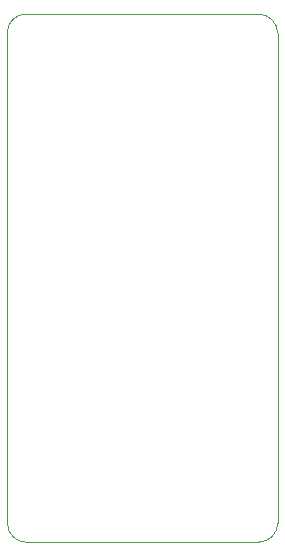
<source format=gbr>
%TF.GenerationSoftware,KiCad,Pcbnew,(7.0.0)*%
%TF.CreationDate,2023-03-10T16:09:34-06:00*%
%TF.ProjectId,stick-and-slip_v2_2-channel,73746963-6b2d-4616-9e64-2d736c69705f,rev?*%
%TF.SameCoordinates,Original*%
%TF.FileFunction,Profile,NP*%
%FSLAX46Y46*%
G04 Gerber Fmt 4.6, Leading zero omitted, Abs format (unit mm)*
G04 Created by KiCad (PCBNEW (7.0.0)) date 2023-03-10 16:09:34*
%MOMM*%
%LPD*%
G01*
G04 APERTURE LIST*
%TA.AperFunction,Profile*%
%ADD10C,0.100000*%
%TD*%
G04 APERTURE END LIST*
D10*
X44816431Y-49092000D02*
X64479769Y-49090000D01*
X43250000Y-92216569D02*
X43250000Y-50658431D01*
X64530569Y-93800000D02*
X44841831Y-93808400D01*
X66139400Y-92191169D02*
X66139400Y-50713795D01*
X64530569Y-93800000D02*
G75*
G03*
X66139400Y-92191169I1J1608830D01*
G01*
X43250000Y-92216569D02*
G75*
G03*
X44841831Y-93808400I1591830J-1D01*
G01*
X44816431Y-49092000D02*
G75*
G03*
X43250000Y-50658431I-1J-1566430D01*
G01*
X66139400Y-50713795D02*
G75*
G03*
X64479769Y-49090000I-1659631J-36231D01*
G01*
M02*

</source>
